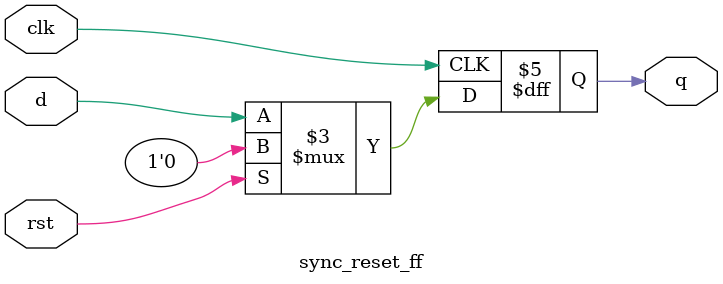
<source format=sv>
module sync_reset_ff (
    input clk,    // Clock input
    input rst,    // Synchronous reset input
    input d,      // Data input
    output reg q  // Output
);

    always @(posedge clk) begin
        if (rst)        // If reset is active
            q <= 0;     // Reset output to 0
        else            // If reset is not active
            q <= d;     // Store the input data (D)
    end

endmodule

</source>
